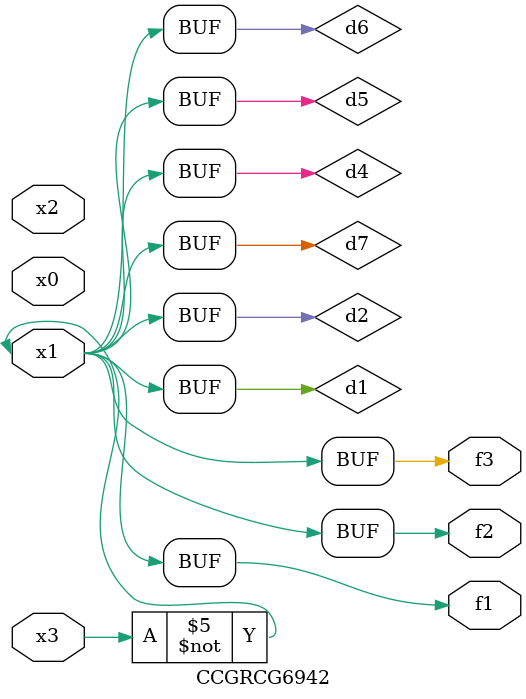
<source format=v>
module CCGRCG6942(
	input x0, x1, x2, x3,
	output f1, f2, f3
);

	wire d1, d2, d3, d4, d5, d6, d7;

	not (d1, x3);
	buf (d2, x1);
	xnor (d3, d1, d2);
	nor (d4, d1);
	buf (d5, d1, d2);
	buf (d6, d4, d5);
	nand (d7, d4);
	assign f1 = d6;
	assign f2 = d7;
	assign f3 = d6;
endmodule

</source>
